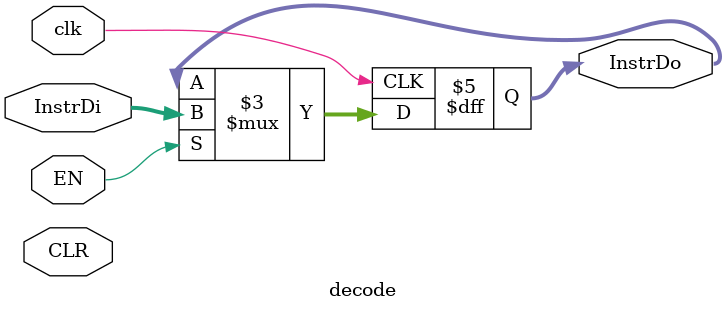
<source format=sv>
module decode #(
    parameter DATA_WIDTH = 32
)(
    input logic                         clk,
    input logic                         EN,
    input logic                         CLR,
    input logic [DATA_WIDTH-1:0]        InstrDi,

    output logic [DATA_WIDTH-1:0]       InstrDo
);

always_ff @(posedge clk) begin
    if (EN == 1'd1) InstrDo <= InstrDi;
end

endmodule
</source>
